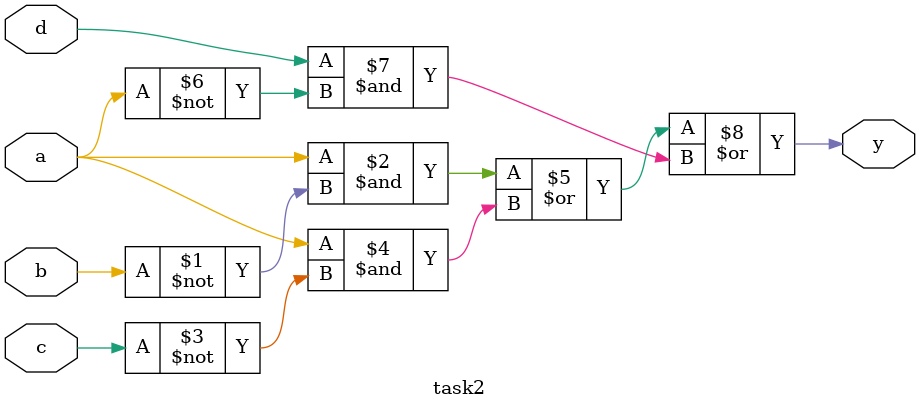
<source format=v>
module task2(a,b,c,d,y);
input a,b,c,d;
output y;
assign y=(a&~b)|(a&~c)|(d&~a);
endmodule

</source>
